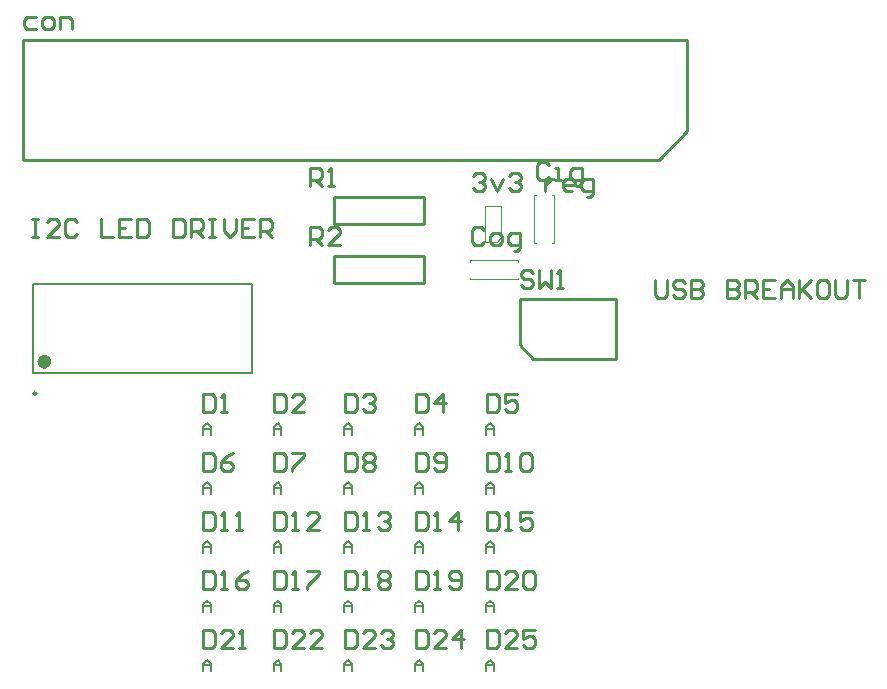
<source format=gto>
G04 Layer_Color=15132400*
%FSLAX25Y25*%
%MOIN*%
G70*
G01*
G75*
%ADD13C,0.01000*%
%ADD22C,0.00984*%
%ADD23C,0.02362*%
%ADD24C,0.00787*%
%ADD25C,0.00300*%
%ADD26C,0.00200*%
D13*
X223662Y448256D02*
Y457481D01*
X193662D02*
X223662D01*
X193662Y448256D02*
Y457481D01*
Y448256D02*
X223662D01*
Y428571D02*
Y437796D01*
X193662D02*
X223662D01*
X193662Y428571D02*
Y437796D01*
Y428571D02*
X223662D01*
X89969Y469744D02*
Y509744D01*
X311469D01*
Y479244D02*
Y509744D01*
X301969Y469744D02*
X311469Y479244D01*
X89969Y469744D02*
X301969D01*
X255654Y407886D02*
X260154Y403386D01*
X255654Y407886D02*
Y423386D01*
X287654D01*
Y403386D02*
Y423386D01*
X260154Y403386D02*
X287654D01*
X240162Y464409D02*
X241162Y465408D01*
X243161D01*
X244161Y464409D01*
Y463409D01*
X243161Y462409D01*
X242162D01*
X243161D01*
X244161Y461410D01*
Y460410D01*
X243161Y459410D01*
X241162D01*
X240162Y460410D01*
X246160Y463409D02*
X248160Y459410D01*
X250159Y463409D01*
X252158Y464409D02*
X253158Y465408D01*
X255157D01*
X256157Y464409D01*
Y463409D01*
X255157Y462409D01*
X254158D01*
X255157D01*
X256157Y461410D01*
Y460410D01*
X255157Y459410D01*
X253158D01*
X252158Y460410D01*
X264154Y463409D02*
Y459410D01*
Y461410D01*
X265154Y462409D01*
X266154Y463409D01*
X267154D01*
X273151Y459410D02*
X271152D01*
X270152Y460410D01*
Y462409D01*
X271152Y463409D01*
X273151D01*
X274151Y462409D01*
Y461410D01*
X270152D01*
X278150Y457411D02*
X279150D01*
X280149Y458411D01*
Y463409D01*
X277150D01*
X276151Y462409D01*
Y460410D01*
X277150Y459410D01*
X280149D01*
X265473Y468032D02*
X264473Y469031D01*
X262474D01*
X261474Y468032D01*
Y464033D01*
X262474Y463033D01*
X264473D01*
X265473Y464033D01*
X267472Y463033D02*
X269471D01*
X268472D01*
Y467032D01*
X267472D01*
X274470Y461034D02*
X275469D01*
X276469Y462033D01*
Y467032D01*
X273470D01*
X272470Y466032D01*
Y464033D01*
X273470Y463033D01*
X276469D01*
X243820Y446390D02*
X242820Y447389D01*
X240821D01*
X239821Y446390D01*
Y442391D01*
X240821Y441391D01*
X242820D01*
X243820Y442391D01*
X246819Y441391D02*
X248818D01*
X249818Y442391D01*
Y444390D01*
X248818Y445390D01*
X246819D01*
X245819Y444390D01*
Y442391D01*
X246819Y441391D01*
X253817Y439392D02*
X254816D01*
X255816Y440392D01*
Y445390D01*
X252817D01*
X251817Y444390D01*
Y442391D01*
X252817Y441391D01*
X255816D01*
X94485Y517236D02*
X91486D01*
X90487Y516236D01*
Y514237D01*
X91486Y513237D01*
X94485D01*
X97484D02*
X99484D01*
X100483Y514237D01*
Y516236D01*
X99484Y517236D01*
X97484D01*
X96485Y516236D01*
Y514237D01*
X97484Y513237D01*
X102483D02*
Y517236D01*
X105482D01*
X106481Y516236D01*
Y513237D01*
X93000Y449893D02*
X94999D01*
X94000D01*
Y443895D01*
X93000D01*
X94999D01*
X101997D02*
X97998D01*
X101997Y447894D01*
Y448894D01*
X100997Y449893D01*
X98998D01*
X97998Y448894D01*
X107995D02*
X106995Y449893D01*
X104996D01*
X103997Y448894D01*
Y444895D01*
X104996Y443895D01*
X106995D01*
X107995Y444895D01*
X115993Y449893D02*
Y443895D01*
X119991D01*
X125989Y449893D02*
X121991D01*
Y443895D01*
X125989D01*
X121991Y446894D02*
X123990D01*
X127989Y449893D02*
Y443895D01*
X130988D01*
X131987Y444895D01*
Y448894D01*
X130988Y449893D01*
X127989D01*
X139985D02*
Y443895D01*
X142984D01*
X143983Y444895D01*
Y448894D01*
X142984Y449893D01*
X139985D01*
X145983Y443895D02*
Y449893D01*
X148982D01*
X149982Y448894D01*
Y446894D01*
X148982Y445895D01*
X145983D01*
X147982D02*
X149982Y443895D01*
X151981Y449893D02*
X153980D01*
X152981D01*
Y443895D01*
X151981D01*
X153980D01*
X156979Y449893D02*
Y445895D01*
X158979Y443895D01*
X160978Y445895D01*
Y449893D01*
X166976D02*
X162977D01*
Y443895D01*
X166976D01*
X162977Y446894D02*
X164977D01*
X168975Y443895D02*
Y449893D01*
X171975D01*
X172974Y448894D01*
Y446894D01*
X171975Y445895D01*
X168975D01*
X170975D02*
X172974Y443895D01*
X185867Y461000D02*
Y466998D01*
X188866D01*
X189866Y465998D01*
Y463999D01*
X188866Y462999D01*
X185867D01*
X187866D02*
X189866Y461000D01*
X191865D02*
X193864D01*
X192865D01*
Y466998D01*
X191865Y465998D01*
X185867Y441300D02*
Y447298D01*
X188866D01*
X189866Y446298D01*
Y444299D01*
X188866Y443299D01*
X185867D01*
X187866D02*
X189866Y441300D01*
X195864D02*
X191865D01*
X195864Y445299D01*
Y446298D01*
X194864Y447298D01*
X192865D01*
X191865Y446298D01*
X260162Y431898D02*
X259162Y432898D01*
X257163D01*
X256163Y431898D01*
Y430899D01*
X257163Y429899D01*
X259162D01*
X260162Y428899D01*
Y427900D01*
X259162Y426900D01*
X257163D01*
X256163Y427900D01*
X262161Y432898D02*
Y426900D01*
X264160Y428899D01*
X266160Y426900D01*
Y432898D01*
X268159Y426900D02*
X270159D01*
X269159D01*
Y432898D01*
X268159Y431898D01*
X300750Y429686D02*
Y424688D01*
X301750Y423688D01*
X303749D01*
X304749Y424688D01*
Y429686D01*
X310747Y428687D02*
X309748Y429686D01*
X307748D01*
X306749Y428687D01*
Y427687D01*
X307748Y426687D01*
X309748D01*
X310747Y425688D01*
Y424688D01*
X309748Y423688D01*
X307748D01*
X306749Y424688D01*
X312747Y429686D02*
Y423688D01*
X315746D01*
X316745Y424688D01*
Y425688D01*
X315746Y426687D01*
X312747D01*
X315746D01*
X316745Y427687D01*
Y428687D01*
X315746Y429686D01*
X312747D01*
X324743D02*
Y423688D01*
X327742D01*
X328741Y424688D01*
Y425688D01*
X327742Y426687D01*
X324743D01*
X327742D01*
X328741Y427687D01*
Y428687D01*
X327742Y429686D01*
X324743D01*
X330741Y423688D02*
Y429686D01*
X333740D01*
X334739Y428687D01*
Y426687D01*
X333740Y425688D01*
X330741D01*
X332740D02*
X334739Y423688D01*
X340738Y429686D02*
X336739D01*
Y423688D01*
X340738D01*
X336739Y426687D02*
X338738D01*
X342737Y423688D02*
Y427687D01*
X344736Y429686D01*
X346736Y427687D01*
Y423688D01*
Y426687D01*
X342737D01*
X348735Y429686D02*
Y423688D01*
Y425688D01*
X352734Y429686D01*
X349735Y426687D01*
X352734Y423688D01*
X357732Y429686D02*
X355733D01*
X354733Y428687D01*
Y424688D01*
X355733Y423688D01*
X357732D01*
X358732Y424688D01*
Y428687D01*
X357732Y429686D01*
X360731D02*
Y424688D01*
X361731Y423688D01*
X363730D01*
X364730Y424688D01*
Y429686D01*
X366729D02*
X370728D01*
X368728D01*
Y423688D01*
X150193Y391664D02*
Y385666D01*
X153192D01*
X154192Y386665D01*
Y390664D01*
X153192Y391664D01*
X150193D01*
X156191Y385666D02*
X158191D01*
X157191D01*
Y391664D01*
X156191Y390664D01*
X173816Y391664D02*
Y385666D01*
X176814D01*
X177814Y386666D01*
Y390664D01*
X176814Y391664D01*
X173816D01*
X183812Y385666D02*
X179814D01*
X183812Y389665D01*
Y390664D01*
X182812Y391664D01*
X180813D01*
X179814Y390664D01*
X197437Y391664D02*
Y385666D01*
X200436D01*
X201436Y386665D01*
Y390664D01*
X200436Y391664D01*
X197437D01*
X203435Y390664D02*
X204435Y391664D01*
X206434D01*
X207434Y390664D01*
Y389665D01*
X206434Y388665D01*
X205435D01*
X206434D01*
X207434Y387665D01*
Y386665D01*
X206434Y385666D01*
X204435D01*
X203435Y386665D01*
X221059Y391664D02*
Y385666D01*
X224059D01*
X225058Y386665D01*
Y390664D01*
X224059Y391664D01*
X221059D01*
X230057Y385666D02*
Y391664D01*
X227058Y388665D01*
X231056D01*
X244682Y391664D02*
Y385666D01*
X247680D01*
X248680Y386665D01*
Y390664D01*
X247680Y391664D01*
X244682D01*
X254678D02*
X250680D01*
Y388665D01*
X252679Y389665D01*
X253679D01*
X254678Y388665D01*
Y386665D01*
X253679Y385666D01*
X251679D01*
X250680Y386665D01*
X150193Y371979D02*
Y365981D01*
X153192D01*
X154192Y366980D01*
Y370979D01*
X153192Y371979D01*
X150193D01*
X160190D02*
X158191Y370979D01*
X156191Y368980D01*
Y366980D01*
X157191Y365981D01*
X159190D01*
X160190Y366980D01*
Y367980D01*
X159190Y368980D01*
X156191D01*
X173815Y371979D02*
Y365981D01*
X176814D01*
X177814Y366980D01*
Y370979D01*
X176814Y371979D01*
X173815D01*
X179813D02*
X183812D01*
Y370979D01*
X179813Y366980D01*
Y365981D01*
X197437Y371979D02*
Y365981D01*
X200436D01*
X201436Y366980D01*
Y370979D01*
X200436Y371979D01*
X197437D01*
X203435Y370979D02*
X204435Y371979D01*
X206434D01*
X207434Y370979D01*
Y369979D01*
X206434Y368980D01*
X207434Y367980D01*
Y366980D01*
X206434Y365981D01*
X204435D01*
X203435Y366980D01*
Y367980D01*
X204435Y368980D01*
X203435Y369979D01*
Y370979D01*
X204435Y368980D02*
X206434D01*
X221059Y371979D02*
Y365981D01*
X224059D01*
X225058Y366980D01*
Y370979D01*
X224059Y371979D01*
X221059D01*
X227058Y366980D02*
X228057Y365981D01*
X230057D01*
X231056Y366980D01*
Y370979D01*
X230057Y371979D01*
X228057D01*
X227058Y370979D01*
Y369979D01*
X228057Y368980D01*
X231056D01*
X244682Y371979D02*
Y365981D01*
X247680D01*
X248680Y366980D01*
Y370979D01*
X247680Y371979D01*
X244682D01*
X250680Y365981D02*
X252679D01*
X251679D01*
Y371979D01*
X250680Y370979D01*
X255678D02*
X256678Y371979D01*
X258677D01*
X259677Y370979D01*
Y366980D01*
X258677Y365981D01*
X256678D01*
X255678Y366980D01*
Y370979D01*
X150193Y352294D02*
Y346296D01*
X153192D01*
X154192Y347295D01*
Y351294D01*
X153192Y352294D01*
X150193D01*
X156191Y346296D02*
X158191D01*
X157191D01*
Y352294D01*
X156191Y351294D01*
X161190Y346296D02*
X163189D01*
X162189D01*
Y352294D01*
X161190Y351294D01*
X173815Y352294D02*
Y346296D01*
X176814D01*
X177814Y347295D01*
Y351294D01*
X176814Y352294D01*
X173815D01*
X179813Y346296D02*
X181813D01*
X180813D01*
Y352294D01*
X179813Y351294D01*
X188811Y346296D02*
X184812D01*
X188811Y350294D01*
Y351294D01*
X187811Y352294D01*
X185811D01*
X184812Y351294D01*
X197437Y352294D02*
Y346296D01*
X200436D01*
X201436Y347295D01*
Y351294D01*
X200436Y352294D01*
X197437D01*
X203435Y346296D02*
X205435D01*
X204435D01*
Y352294D01*
X203435Y351294D01*
X208434D02*
X209434Y352294D01*
X211433D01*
X212433Y351294D01*
Y350294D01*
X211433Y349295D01*
X210433D01*
X211433D01*
X212433Y348295D01*
Y347295D01*
X211433Y346296D01*
X209434D01*
X208434Y347295D01*
X221059Y352294D02*
Y346296D01*
X224059D01*
X225058Y347295D01*
Y351294D01*
X224059Y352294D01*
X221059D01*
X227058Y346296D02*
X229057D01*
X228057D01*
Y352294D01*
X227058Y351294D01*
X235055Y346296D02*
Y352294D01*
X232056Y349295D01*
X236055D01*
X244682Y352294D02*
Y346296D01*
X247680D01*
X248680Y347295D01*
Y351294D01*
X247680Y352294D01*
X244682D01*
X250680Y346296D02*
X252679D01*
X251679D01*
Y352294D01*
X250680Y351294D01*
X259677Y352294D02*
X255678D01*
Y349295D01*
X257677Y350294D01*
X258677D01*
X259677Y349295D01*
Y347295D01*
X258677Y346296D01*
X256678D01*
X255678Y347295D01*
X150193Y332609D02*
Y326611D01*
X153192D01*
X154192Y327610D01*
Y331609D01*
X153192Y332609D01*
X150193D01*
X156191Y326611D02*
X158191D01*
X157191D01*
Y332609D01*
X156191Y331609D01*
X165189Y332609D02*
X163189Y331609D01*
X161190Y329610D01*
Y327610D01*
X162189Y326611D01*
X164189D01*
X165189Y327610D01*
Y328610D01*
X164189Y329610D01*
X161190D01*
X173815Y332609D02*
Y326611D01*
X176814D01*
X177814Y327610D01*
Y331609D01*
X176814Y332609D01*
X173815D01*
X179813Y326611D02*
X181813D01*
X180813D01*
Y332609D01*
X179813Y331609D01*
X184812Y332609D02*
X188811D01*
Y331609D01*
X184812Y327610D01*
Y326611D01*
X197437Y332609D02*
Y326611D01*
X200436D01*
X201436Y327610D01*
Y331609D01*
X200436Y332609D01*
X197437D01*
X203435Y326611D02*
X205435D01*
X204435D01*
Y332609D01*
X203435Y331609D01*
X208434D02*
X209434Y332609D01*
X211433D01*
X212433Y331609D01*
Y330609D01*
X211433Y329610D01*
X212433Y328610D01*
Y327610D01*
X211433Y326611D01*
X209434D01*
X208434Y327610D01*
Y328610D01*
X209434Y329610D01*
X208434Y330609D01*
Y331609D01*
X209434Y329610D02*
X211433D01*
X221059Y332609D02*
Y326611D01*
X224059D01*
X225058Y327610D01*
Y331609D01*
X224059Y332609D01*
X221059D01*
X227058Y326611D02*
X229057D01*
X228057D01*
Y332609D01*
X227058Y331609D01*
X232056Y327610D02*
X233056Y326611D01*
X235055D01*
X236055Y327610D01*
Y331609D01*
X235055Y332609D01*
X233056D01*
X232056Y331609D01*
Y330609D01*
X233056Y329610D01*
X236055D01*
X244682Y332609D02*
Y326611D01*
X247680D01*
X248680Y327610D01*
Y331609D01*
X247680Y332609D01*
X244682D01*
X254678Y326611D02*
X250680D01*
X254678Y330609D01*
Y331609D01*
X253679Y332609D01*
X251679D01*
X250680Y331609D01*
X256678D02*
X257677Y332609D01*
X259677D01*
X260676Y331609D01*
Y327610D01*
X259677Y326611D01*
X257677D01*
X256678Y327610D01*
Y331609D01*
X150193Y312924D02*
Y306926D01*
X153192D01*
X154192Y307925D01*
Y311924D01*
X153192Y312924D01*
X150193D01*
X160190Y306926D02*
X156191D01*
X160190Y310924D01*
Y311924D01*
X159190Y312924D01*
X157191D01*
X156191Y311924D01*
X162189Y306926D02*
X164189D01*
X163189D01*
Y312924D01*
X162189Y311924D01*
X173815Y312924D02*
Y306926D01*
X176814D01*
X177814Y307925D01*
Y311924D01*
X176814Y312924D01*
X173815D01*
X183812Y306926D02*
X179813D01*
X183812Y310924D01*
Y311924D01*
X182812Y312924D01*
X180813D01*
X179813Y311924D01*
X189810Y306926D02*
X185811D01*
X189810Y310924D01*
Y311924D01*
X188811Y312924D01*
X186811D01*
X185811Y311924D01*
X197437Y312924D02*
Y306926D01*
X200436D01*
X201436Y307925D01*
Y311924D01*
X200436Y312924D01*
X197437D01*
X207434Y306926D02*
X203435D01*
X207434Y310924D01*
Y311924D01*
X206434Y312924D01*
X204435D01*
X203435Y311924D01*
X209434D02*
X210433Y312924D01*
X212433D01*
X213432Y311924D01*
Y310924D01*
X212433Y309925D01*
X211433D01*
X212433D01*
X213432Y308925D01*
Y307925D01*
X212433Y306926D01*
X210433D01*
X209434Y307925D01*
X221059Y312924D02*
Y306926D01*
X224059D01*
X225058Y307925D01*
Y311924D01*
X224059Y312924D01*
X221059D01*
X231056Y306926D02*
X227058D01*
X231056Y310924D01*
Y311924D01*
X230057Y312924D01*
X228057D01*
X227058Y311924D01*
X236055Y306926D02*
Y312924D01*
X233056Y309925D01*
X237054D01*
X244682Y312924D02*
Y306926D01*
X247680D01*
X248680Y307925D01*
Y311924D01*
X247680Y312924D01*
X244682D01*
X254678Y306926D02*
X250680D01*
X254678Y310924D01*
Y311924D01*
X253679Y312924D01*
X251679D01*
X250680Y311924D01*
X260676Y312924D02*
X256678D01*
Y309925D01*
X258677Y310924D01*
X259677D01*
X260676Y309925D01*
Y307925D01*
X259677Y306926D01*
X257677D01*
X256678Y307925D01*
D22*
X94567Y391929D02*
G03*
X94567Y391929I-492J0D01*
G01*
D23*
X98425Y402461D02*
G03*
X98425Y402461I-1181J0D01*
G01*
D24*
X93307Y398524D02*
X166535D01*
X93307Y428248D02*
X166535D01*
X93307Y398524D02*
Y428248D01*
X166535Y398524D02*
Y428248D01*
X150000Y299213D02*
Y301836D01*
X151312Y303148D01*
X152624Y301836D01*
Y299213D01*
Y301181D01*
X150000D01*
X173622Y299213D02*
Y301836D01*
X174934Y303148D01*
X176246Y301836D01*
Y299213D01*
Y301181D01*
X173622D01*
X197244Y299213D02*
Y301836D01*
X198556Y303148D01*
X199868Y301836D01*
Y299213D01*
Y301181D01*
X197244D01*
X220866Y299213D02*
Y301836D01*
X222178Y303148D01*
X223490Y301836D01*
Y299213D01*
Y301181D01*
X220866D01*
X244488Y299213D02*
Y301836D01*
X245800Y303148D01*
X247112Y301836D01*
Y299213D01*
Y301181D01*
X244488D01*
X150000Y318898D02*
Y321521D01*
X151312Y322833D01*
X152624Y321521D01*
Y318898D01*
Y320866D01*
X150000D01*
X173622Y318898D02*
Y321521D01*
X174934Y322833D01*
X176246Y321521D01*
Y318898D01*
Y320866D01*
X173622D01*
X197244Y318898D02*
Y321521D01*
X198556Y322833D01*
X199868Y321521D01*
Y318898D01*
Y320866D01*
X197244D01*
X220866Y318898D02*
Y321521D01*
X222178Y322833D01*
X223490Y321521D01*
Y318898D01*
Y320866D01*
X220866D01*
X244488Y318898D02*
Y321521D01*
X245800Y322833D01*
X247112Y321521D01*
Y318898D01*
Y320866D01*
X244488D01*
X150000Y338583D02*
Y341207D01*
X151312Y342518D01*
X152624Y341207D01*
Y338583D01*
Y340551D01*
X150000D01*
X173622Y338583D02*
Y341207D01*
X174934Y342518D01*
X176246Y341207D01*
Y338583D01*
Y340551D01*
X173622D01*
X197244Y338583D02*
Y341207D01*
X198556Y342518D01*
X199868Y341207D01*
Y338583D01*
Y340551D01*
X197244D01*
X220866Y338583D02*
Y341207D01*
X222178Y342518D01*
X223490Y341207D01*
Y338583D01*
Y340551D01*
X220866D01*
X244488Y338583D02*
Y341207D01*
X245800Y342518D01*
X247112Y341207D01*
Y338583D01*
Y340551D01*
X244488D01*
X150000Y358268D02*
Y360892D01*
X151312Y362204D01*
X152624Y360892D01*
Y358268D01*
Y360236D01*
X150000D01*
X173622Y358268D02*
Y360892D01*
X174934Y362204D01*
X176246Y360892D01*
Y358268D01*
Y360236D01*
X173622D01*
X197244Y358268D02*
Y360892D01*
X198556Y362204D01*
X199868Y360892D01*
Y358268D01*
Y360236D01*
X197244D01*
X220866Y358268D02*
Y360892D01*
X222178Y362204D01*
X223490Y360892D01*
Y358268D01*
Y360236D01*
X220866D01*
X244488Y358268D02*
Y360892D01*
X245800Y362204D01*
X247112Y360892D01*
Y358268D01*
Y360236D01*
X244488D01*
X150000Y377953D02*
Y380577D01*
X151312Y381889D01*
X152624Y380577D01*
Y377953D01*
Y379921D01*
X150000D01*
X173622Y377953D02*
Y380577D01*
X174934Y381889D01*
X176246Y380577D01*
Y377953D01*
Y379921D01*
X173622D01*
X197244Y377953D02*
Y380577D01*
X198556Y381889D01*
X199868Y380577D01*
Y377953D01*
Y379921D01*
X197244D01*
X220866Y377953D02*
Y380577D01*
X222178Y381889D01*
X223490Y380577D01*
Y377953D01*
Y379921D01*
X220866D01*
X244488Y377953D02*
Y380577D01*
X245800Y381889D01*
X247112Y380577D01*
Y377953D01*
Y379921D01*
X244488D01*
D25*
X260580Y441882D02*
X261180D01*
X260580Y457882D02*
X261180D01*
X266380D02*
X266980D01*
X266280Y441882D02*
X266980D01*
Y457882D01*
X260580Y441882D02*
Y457882D01*
X254969Y429871D02*
Y430471D01*
X238969Y429871D02*
Y430471D01*
Y435671D02*
Y436271D01*
X254969Y435571D02*
Y436271D01*
X238969D02*
X254969D01*
X238969Y429871D02*
X254969D01*
D26*
X244193Y442362D02*
X248028D01*
X249528Y443862D01*
Y454331D01*
X244193D02*
X249528D01*
X244193Y442362D02*
Y454331D01*
M02*

</source>
